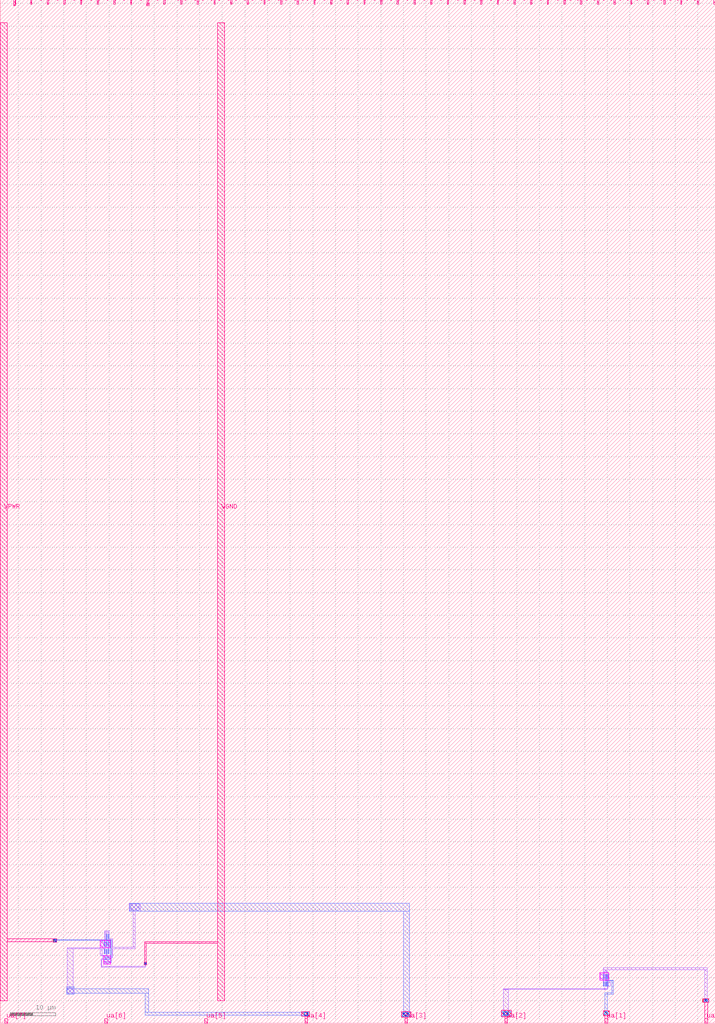
<source format=lef>
VERSION 5.7 ;
  NOWIREEXTENSIONATPIN ON ;
  DIVIDERCHAR "/" ;
  BUSBITCHARS "[]" ;
MACRO tt_um_aleena
  CLASS BLOCK ;
  FOREIGN tt_um_aleena ;
  ORIGIN -1.000 0.000 ;
  SIZE 157.850 BY 225.770 ;
  PIN clk
    DIRECTION INPUT ;
    USE SIGNAL ;
    PORT
      LAYER met4 ;
        RECT 154.870 224.760 155.170 225.760 ;
    END
  END clk
  PIN ena
    DIRECTION INPUT ;
    USE SIGNAL ;
    PORT
      LAYER met4 ;
        RECT 158.550 224.760 158.850 225.760 ;
    END
  END ena
  PIN rst_n
    DIRECTION INPUT ;
    USE SIGNAL ;
    PORT
      LAYER met4 ;
        RECT 151.190 224.760 151.490 225.760 ;
    END
  END rst_n
  PIN ua[0]
    DIRECTION INOUT ;
    USE SIGNAL ;
    PORT
      LAYER met4 ;
        RECT 156.560 0.000 157.160 1.000 ;
    END
  END ua[0]
  PIN ua[1]
    DIRECTION INOUT ;
    USE SIGNAL ;
    PORT
      LAYER met4 ;
        RECT 134.480 0.000 135.080 1.000 ;
    END
  END ua[1]
  PIN ua[2]
    DIRECTION INOUT ;
    USE SIGNAL ;
    PORT
      LAYER met4 ;
        RECT 112.400 0.000 113.000 1.000 ;
    END
  END ua[2]
  PIN ua[3]
    DIRECTION INOUT ;
    USE SIGNAL ;
    PORT
      LAYER met4 ;
        RECT 90.320 0.000 90.920 1.000 ;
    END
  END ua[3]
  PIN ua[4]
    DIRECTION INOUT ;
    USE SIGNAL ;
    PORT
      LAYER met4 ;
        RECT 68.240 0.000 68.840 1.000 ;
    END
  END ua[4]
  PIN ua[5]
    DIRECTION INOUT ;
    USE SIGNAL ;
    PORT
      LAYER met4 ;
        RECT 46.160 0.000 46.760 1.000 ;
    END
  END ua[5]
  PIN ua[6]
    DIRECTION INOUT ;
    USE SIGNAL ;
    PORT
      LAYER met4 ;
        RECT 24.080 0.000 24.680 1.000 ;
    END
  END ua[6]
  PIN ua[7]
    DIRECTION INOUT ;
    USE SIGNAL ;
    PORT
      LAYER met4 ;
        RECT 2.000 0.000 2.600 1.000 ;
    END
  END ua[7]
  PIN ui_in[0]
    DIRECTION INPUT ;
    USE SIGNAL ;
    PORT
      LAYER met4 ;
        RECT 147.510 224.760 147.810 225.760 ;
    END
  END ui_in[0]
  PIN ui_in[1]
    DIRECTION INPUT ;
    USE SIGNAL ;
    PORT
      LAYER met4 ;
        RECT 143.830 224.760 144.130 225.760 ;
    END
  END ui_in[1]
  PIN ui_in[2]
    DIRECTION INPUT ;
    USE SIGNAL ;
    PORT
      LAYER met4 ;
        RECT 140.150 224.760 140.450 225.760 ;
    END
  END ui_in[2]
  PIN ui_in[3]
    DIRECTION INPUT ;
    USE SIGNAL ;
    PORT
      LAYER met4 ;
        RECT 136.470 224.760 136.770 225.760 ;
    END
  END ui_in[3]
  PIN ui_in[4]
    DIRECTION INPUT ;
    USE SIGNAL ;
    PORT
      LAYER met4 ;
        RECT 132.790 224.760 133.090 225.760 ;
    END
  END ui_in[4]
  PIN ui_in[5]
    DIRECTION INPUT ;
    USE SIGNAL ;
    PORT
      LAYER met4 ;
        RECT 129.110 224.760 129.410 225.760 ;
    END
  END ui_in[5]
  PIN ui_in[6]
    DIRECTION INPUT ;
    USE SIGNAL ;
    PORT
      LAYER met4 ;
        RECT 125.430 224.760 125.730 225.760 ;
    END
  END ui_in[6]
  PIN ui_in[7]
    DIRECTION INPUT ;
    USE SIGNAL ;
    PORT
      LAYER met4 ;
        RECT 121.750 224.760 122.050 225.760 ;
    END
  END ui_in[7]
  PIN uio_in[0]
    DIRECTION INPUT ;
    USE SIGNAL ;
    PORT
      LAYER met4 ;
        RECT 118.070 224.760 118.370 225.760 ;
    END
  END uio_in[0]
  PIN uio_in[1]
    DIRECTION INPUT ;
    USE SIGNAL ;
    PORT
      LAYER met4 ;
        RECT 114.390 224.760 114.690 225.760 ;
    END
  END uio_in[1]
  PIN uio_in[2]
    DIRECTION INPUT ;
    USE SIGNAL ;
    PORT
      LAYER met4 ;
        RECT 110.710 224.760 111.010 225.760 ;
    END
  END uio_in[2]
  PIN uio_in[3]
    DIRECTION INPUT ;
    USE SIGNAL ;
    PORT
      LAYER met4 ;
        RECT 107.030 224.760 107.330 225.760 ;
    END
  END uio_in[3]
  PIN uio_in[4]
    DIRECTION INPUT ;
    USE SIGNAL ;
    PORT
      LAYER met4 ;
        RECT 103.350 224.760 103.650 225.760 ;
    END
  END uio_in[4]
  PIN uio_in[5]
    DIRECTION INPUT ;
    USE SIGNAL ;
    PORT
      LAYER met4 ;
        RECT 99.670 224.760 99.970 225.760 ;
    END
  END uio_in[5]
  PIN uio_in[6]
    DIRECTION INPUT ;
    USE SIGNAL ;
    PORT
      LAYER met4 ;
        RECT 95.990 224.760 96.290 225.760 ;
    END
  END uio_in[6]
  PIN uio_in[7]
    DIRECTION INPUT ;
    USE SIGNAL ;
    PORT
      LAYER met4 ;
        RECT 92.310 224.760 92.610 225.760 ;
    END
  END uio_in[7]
  PIN uio_oe[0]
    DIRECTION OUTPUT TRISTATE ;
    USE SIGNAL ;
    PORT
      LAYER met4 ;
        RECT 29.750 224.760 30.050 225.760 ;
    END
  END uio_oe[0]
  PIN uio_oe[1]
    DIRECTION OUTPUT TRISTATE ;
    USE SIGNAL ;
    PORT
      LAYER met4 ;
        RECT 26.070 224.760 26.370 225.760 ;
    END
  END uio_oe[1]
  PIN uio_oe[2]
    DIRECTION OUTPUT TRISTATE ;
    USE SIGNAL ;
    PORT
      LAYER met4 ;
        RECT 22.390 224.760 22.690 225.760 ;
    END
  END uio_oe[2]
  PIN uio_oe[3]
    DIRECTION OUTPUT TRISTATE ;
    USE SIGNAL ;
    PORT
      LAYER met4 ;
        RECT 18.710 224.760 19.010 225.760 ;
    END
  END uio_oe[3]
  PIN uio_oe[4]
    DIRECTION OUTPUT TRISTATE ;
    USE SIGNAL ;
    PORT
      LAYER met4 ;
        RECT 15.030 224.760 15.330 225.760 ;
    END
  END uio_oe[4]
  PIN uio_oe[5]
    DIRECTION OUTPUT TRISTATE ;
    USE SIGNAL ;
    PORT
      LAYER met4 ;
        RECT 11.350 224.760 11.650 225.760 ;
    END
  END uio_oe[5]
  PIN uio_oe[6]
    DIRECTION OUTPUT TRISTATE ;
    USE SIGNAL ;
    PORT
      LAYER met4 ;
        RECT 7.670 224.760 7.970 225.760 ;
    END
  END uio_oe[6]
  PIN uio_oe[7]
    DIRECTION OUTPUT TRISTATE ;
    USE SIGNAL ;
    PORT
      LAYER met4 ;
        RECT 3.990 224.760 4.290 225.760 ;
    END
  END uio_oe[7]
  PIN uio_out[0]
    DIRECTION OUTPUT TRISTATE ;
    USE SIGNAL ;
    PORT
      LAYER met4 ;
        RECT 59.190 224.760 59.490 225.760 ;
    END
  END uio_out[0]
  PIN uio_out[1]
    DIRECTION OUTPUT TRISTATE ;
    USE SIGNAL ;
    PORT
      LAYER met4 ;
        RECT 55.510 224.760 55.810 225.760 ;
    END
  END uio_out[1]
  PIN uio_out[2]
    DIRECTION OUTPUT TRISTATE ;
    USE SIGNAL ;
    PORT
      LAYER met4 ;
        RECT 51.830 224.760 52.130 225.760 ;
    END
  END uio_out[2]
  PIN uio_out[3]
    DIRECTION OUTPUT TRISTATE ;
    USE SIGNAL ;
    PORT
      LAYER met4 ;
        RECT 48.150 224.760 48.450 225.760 ;
    END
  END uio_out[3]
  PIN uio_out[4]
    DIRECTION OUTPUT TRISTATE ;
    USE SIGNAL ;
    PORT
      LAYER met4 ;
        RECT 44.470 224.760 44.770 225.760 ;
    END
  END uio_out[4]
  PIN uio_out[5]
    DIRECTION OUTPUT TRISTATE ;
    USE SIGNAL ;
    PORT
      LAYER met4 ;
        RECT 40.790 224.760 41.090 225.760 ;
    END
  END uio_out[5]
  PIN uio_out[6]
    DIRECTION OUTPUT TRISTATE ;
    USE SIGNAL ;
    PORT
      LAYER met4 ;
        RECT 37.110 224.760 37.410 225.760 ;
    END
  END uio_out[6]
  PIN uio_out[7]
    DIRECTION OUTPUT TRISTATE ;
    USE SIGNAL ;
    PORT
      LAYER met4 ;
        RECT 33.430 224.760 33.730 225.760 ;
    END
  END uio_out[7]
  PIN uo_out[0]
    DIRECTION OUTPUT TRISTATE ;
    USE SIGNAL ;
    PORT
      LAYER met4 ;
        RECT 88.630 224.760 88.930 225.760 ;
    END
  END uo_out[0]
  PIN uo_out[1]
    DIRECTION OUTPUT TRISTATE ;
    USE SIGNAL ;
    PORT
      LAYER met4 ;
        RECT 84.950 224.760 85.250 225.760 ;
    END
  END uo_out[1]
  PIN uo_out[2]
    DIRECTION OUTPUT TRISTATE ;
    USE SIGNAL ;
    PORT
      LAYER met4 ;
        RECT 81.270 224.760 81.570 225.760 ;
    END
  END uo_out[2]
  PIN uo_out[3]
    DIRECTION OUTPUT TRISTATE ;
    USE SIGNAL ;
    PORT
      LAYER met4 ;
        RECT 77.590 224.760 77.890 225.760 ;
    END
  END uo_out[3]
  PIN uo_out[4]
    DIRECTION OUTPUT TRISTATE ;
    USE SIGNAL ;
    PORT
      LAYER met4 ;
        RECT 73.910 224.760 74.210 225.760 ;
    END
  END uo_out[4]
  PIN uo_out[5]
    DIRECTION OUTPUT TRISTATE ;
    USE SIGNAL ;
    PORT
      LAYER met4 ;
        RECT 70.230 224.760 70.530 225.760 ;
    END
  END uo_out[5]
  PIN uo_out[6]
    DIRECTION OUTPUT TRISTATE ;
    USE SIGNAL ;
    PORT
      LAYER met4 ;
        RECT 66.550 224.760 66.850 225.760 ;
    END
  END uo_out[6]
  PIN uo_out[7]
    DIRECTION OUTPUT TRISTATE ;
    USE SIGNAL ;
    PORT
      LAYER met4 ;
        RECT 62.870 224.760 63.170 225.760 ;
    END
  END uo_out[7]
  PIN VPWR
    DIRECTION INOUT ;
    USE POWER ;
    PORT
      LAYER met4 ;
        RECT 1.000 5.000 2.500 220.760 ;
    END
  END VPWR
  PIN VGND
    DIRECTION INOUT ;
    USE GROUND ;
    PORT
      LAYER met4 ;
        RECT 49.000 5.000 50.500 220.760 ;
    END
  END VGND
  OBS
      LAYER nwell ;
        RECT 23.050 16.690 25.295 18.310 ;
        RECT 23.775 13.020 25.395 14.860 ;
        RECT 133.330 9.520 135.400 11.140 ;
      LAYER li1 ;
        RECT 29.490 24.710 32.020 26.500 ;
        RECT 24.005 20.205 25.055 20.375 ;
        RECT 23.350 18.080 23.655 18.350 ;
        RECT 23.230 16.915 23.665 18.080 ;
        RECT 24.005 16.645 24.175 20.205 ;
        RECT 24.430 19.615 24.625 19.995 ;
        RECT 24.445 18.505 24.615 19.615 ;
        RECT 24.885 18.685 25.055 20.205 ;
        RECT 24.350 18.195 24.650 18.505 ;
        RECT 24.885 18.465 25.850 18.685 ;
        RECT 24.445 16.980 24.615 18.195 ;
        RECT 24.885 16.815 25.055 18.020 ;
        RECT 23.670 16.640 24.175 16.645 ;
        RECT 15.790 16.430 24.175 16.640 ;
        RECT 24.675 16.540 25.055 16.815 ;
        RECT 15.790 8.000 17.090 16.430 ;
        RECT 23.095 15.050 23.530 16.170 ;
        RECT 24.005 15.320 24.175 16.430 ;
        RECT 24.445 15.050 24.615 16.360 ;
        RECT 24.885 15.320 25.055 16.540 ;
        RECT 25.665 16.750 25.850 18.465 ;
        RECT 30.340 16.750 30.730 24.710 ;
        RECT 25.665 16.460 30.730 16.750 ;
        RECT 25.665 16.450 30.700 16.460 ;
        RECT 23.095 15.040 24.615 15.050 ;
        RECT 23.230 14.875 24.615 15.040 ;
        RECT 23.230 14.870 23.795 14.875 ;
        RECT 23.615 14.200 23.795 14.870 ;
        RECT 25.665 14.650 25.850 16.450 ;
        RECT 25.085 14.620 25.850 14.650 ;
        RECT 24.065 14.450 25.850 14.620 ;
        RECT 25.100 14.445 25.850 14.450 ;
        RECT 23.230 14.185 23.795 14.200 ;
        RECT 23.230 14.180 24.085 14.185 ;
        RECT 23.230 14.010 25.105 14.180 ;
        RECT 23.230 14.005 24.085 14.010 ;
        RECT 23.230 12.580 23.410 14.005 ;
        RECT 23.980 13.595 25.145 13.655 ;
        RECT 23.980 13.305 25.350 13.595 ;
        RECT 23.980 13.225 25.145 13.305 ;
        RECT 32.770 12.880 33.320 13.410 ;
        RECT 32.970 12.580 33.140 12.880 ;
        RECT 23.230 12.400 33.140 12.580 ;
        RECT 134.110 11.750 157.130 12.280 ;
        RECT 134.110 11.440 134.530 11.750 ;
        RECT 134.700 11.440 135.040 11.540 ;
        RECT 134.110 11.270 135.040 11.440 ;
        RECT 134.110 10.830 134.280 11.270 ;
        RECT 134.700 11.190 135.040 11.270 ;
        RECT 133.510 9.830 134.280 10.830 ;
        RECT 134.110 8.150 134.280 9.830 ;
        RECT 134.550 9.810 134.720 10.850 ;
        RECT 134.550 8.150 134.720 9.190 ;
        RECT 134.990 9.170 135.160 10.850 ;
        RECT 134.990 8.170 135.660 9.170 ;
        RECT 15.620 6.410 17.330 8.000 ;
        RECT 112.120 7.640 130.480 7.660 ;
        RECT 134.240 7.640 134.590 7.740 ;
        RECT 134.990 7.640 135.160 8.170 ;
        RECT 112.120 7.480 135.160 7.640 ;
        RECT 112.120 7.470 122.990 7.480 ;
        RECT 128.160 7.470 135.160 7.480 ;
        RECT 112.120 7.430 113.200 7.470 ;
        RECT 112.120 2.850 113.190 7.430 ;
        RECT 134.240 7.380 134.590 7.470 ;
        RECT 156.550 5.460 157.130 11.750 ;
        RECT 156.140 4.650 157.460 5.460 ;
        RECT 90.150 2.590 90.990 2.650 ;
        RECT 89.590 1.280 91.650 2.590 ;
        RECT 111.600 1.470 113.850 2.850 ;
      LAYER mcon ;
        RECT 29.750 24.900 31.710 26.320 ;
        RECT 23.410 18.130 23.580 18.300 ;
        RECT 24.445 18.720 24.615 19.600 ;
        RECT 24.885 18.720 25.055 19.600 ;
        RECT 24.440 18.265 24.610 18.435 ;
        RECT 24.005 17.060 24.175 17.940 ;
        RECT 24.445 17.060 24.615 17.940 ;
        RECT 24.885 17.060 25.055 17.940 ;
        RECT 24.005 15.400 24.175 16.280 ;
        RECT 24.445 15.400 24.615 16.280 ;
        RECT 24.885 15.400 25.055 16.280 ;
        RECT 24.145 14.450 25.025 14.620 ;
        RECT 24.145 14.010 25.025 14.180 ;
        RECT 25.160 13.365 25.330 13.535 ;
        RECT 32.890 12.990 33.210 13.330 ;
        RECT 134.110 9.890 134.280 10.770 ;
        RECT 134.550 9.890 134.720 10.770 ;
        RECT 134.990 9.890 135.160 10.770 ;
        RECT 134.110 8.230 134.280 9.110 ;
        RECT 134.550 8.230 134.720 9.110 ;
        RECT 134.990 8.230 135.160 9.110 ;
        RECT 15.810 6.660 17.070 7.830 ;
        RECT 156.530 4.830 157.110 5.320 ;
        RECT 89.890 1.570 91.220 2.360 ;
        RECT 112.120 1.720 113.170 2.570 ;
      LAYER met1 ;
        RECT 29.530 24.720 91.320 26.480 ;
        RECT 24.415 18.660 24.645 19.660 ;
        RECT 24.855 18.660 25.085 19.660 ;
        RECT 12.700 18.440 13.470 18.650 ;
        RECT 24.350 18.440 24.650 18.505 ;
        RECT 12.700 18.420 24.650 18.440 ;
        RECT 12.700 18.290 25.505 18.420 ;
        RECT 12.700 17.900 13.470 18.290 ;
        RECT 23.350 18.270 25.505 18.290 ;
        RECT 23.350 18.070 23.655 18.270 ;
        RECT 24.350 18.250 25.505 18.270 ;
        RECT 24.350 18.195 24.650 18.250 ;
        RECT 23.975 17.000 24.205 18.000 ;
        RECT 24.415 17.000 24.645 18.000 ;
        RECT 24.855 17.000 25.085 18.000 ;
        RECT 23.975 15.340 24.205 16.340 ;
        RECT 24.415 15.340 24.645 16.340 ;
        RECT 24.855 15.340 25.085 16.340 ;
        RECT 24.085 14.420 25.085 14.650 ;
        RECT 24.085 13.980 25.085 14.210 ;
        RECT 25.335 13.595 25.505 18.250 ;
        RECT 25.100 13.305 25.505 13.595 ;
        RECT 32.770 12.880 33.320 13.410 ;
        RECT 15.620 7.650 17.330 8.000 ;
        RECT 15.620 6.640 33.770 7.650 ;
        RECT 15.620 6.410 17.330 6.640 ;
        RECT 32.970 2.410 33.770 6.640 ;
        RECT 89.960 2.590 91.320 24.720 ;
        RECT 134.080 9.830 134.310 10.830 ;
        RECT 134.520 9.480 134.750 10.830 ;
        RECT 134.960 9.830 135.190 10.830 ;
        RECT 134.520 9.340 136.300 9.480 ;
        RECT 134.080 8.170 134.310 9.170 ;
        RECT 134.520 8.170 134.750 9.170 ;
        RECT 134.960 8.170 135.190 9.170 ;
        RECT 136.030 6.690 136.300 9.340 ;
        RECT 134.470 6.350 136.300 6.690 ;
        RECT 32.970 2.400 43.480 2.410 ;
        RECT 67.550 2.400 69.320 2.500 ;
        RECT 32.970 1.720 69.320 2.400 ;
        RECT 43.450 1.710 69.320 1.720 ;
        RECT 67.550 1.500 69.320 1.710 ;
        RECT 89.590 1.280 91.650 2.590 ;
        RECT 111.600 1.470 113.850 2.850 ;
        RECT 134.470 2.800 135.060 6.350 ;
        RECT 156.140 4.650 157.460 5.460 ;
        RECT 134.110 1.700 135.430 2.800 ;
      LAYER via ;
        RECT 12.790 18.010 13.370 18.570 ;
        RECT 32.890 12.990 33.210 13.330 ;
        RECT 68.150 1.690 68.890 2.410 ;
        RECT 89.890 1.570 91.220 2.360 ;
        RECT 156.530 4.830 157.110 5.320 ;
        RECT 112.120 1.720 113.170 2.570 ;
        RECT 134.470 2.010 135.070 2.570 ;
      LAYER met2 ;
        RECT 12.700 17.900 13.470 18.650 ;
        RECT 32.770 12.880 33.320 13.410 ;
        RECT 156.140 4.650 157.460 5.460 ;
        RECT 67.550 1.500 69.320 2.500 ;
        RECT 89.590 1.280 91.650 2.590 ;
        RECT 111.600 1.470 113.850 2.850 ;
        RECT 134.110 1.700 135.430 2.800 ;
      LAYER via2 ;
        RECT 12.790 18.010 13.370 18.570 ;
        RECT 32.890 12.990 33.210 13.330 ;
        RECT 156.530 4.830 157.110 5.320 ;
        RECT 68.150 1.690 68.890 2.410 ;
        RECT 89.890 1.570 91.220 2.360 ;
        RECT 112.120 1.720 113.170 2.570 ;
        RECT 134.470 2.010 135.070 2.570 ;
      LAYER met3 ;
        RECT 12.700 17.900 13.470 18.650 ;
        RECT 32.770 12.880 33.320 13.410 ;
        RECT 156.140 4.650 157.460 5.460 ;
        RECT 67.550 1.500 69.320 2.500 ;
        RECT 89.590 1.280 91.650 2.590 ;
        RECT 111.600 1.470 113.850 2.850 ;
        RECT 134.110 1.700 135.430 2.800 ;
      LAYER via3 ;
        RECT 12.790 18.010 13.370 18.570 ;
        RECT 32.890 12.990 33.210 13.330 ;
        RECT 156.530 4.830 157.110 5.320 ;
        RECT 68.150 1.690 68.890 2.410 ;
        RECT 89.890 1.570 91.220 2.360 ;
        RECT 112.120 1.720 113.170 2.570 ;
        RECT 134.470 2.010 135.070 2.570 ;
      LAYER met4 ;
        RECT 3.950 225.760 4.360 225.770 ;
        RECT 3.950 224.760 3.990 225.760 ;
        RECT 4.290 224.760 4.360 225.760 ;
        RECT 3.950 224.580 4.360 224.760 ;
        RECT 33.290 224.760 33.430 224.970 ;
        RECT 33.730 224.760 33.870 224.970 ;
        RECT 3.950 224.460 4.340 224.580 ;
        RECT 33.290 224.440 33.870 224.760 ;
        RECT 50.500 216.200 50.530 216.710 ;
        RECT 48.990 214.590 49.000 214.970 ;
        RECT 12.700 18.590 13.470 18.650 ;
        RECT 2.500 17.970 13.470 18.590 ;
        RECT 12.700 17.900 13.470 17.970 ;
        RECT 32.900 17.620 49.000 17.930 ;
        RECT 50.500 17.620 50.510 17.930 ;
        RECT 32.900 13.410 33.240 17.620 ;
        RECT 32.770 12.880 33.320 13.410 ;
        RECT 156.150 4.650 157.460 5.450 ;
        RECT 67.550 1.500 69.320 2.500 ;
        RECT 68.240 1.000 68.840 1.500 ;
        RECT 89.590 1.280 91.650 2.590 ;
        RECT 111.600 1.470 113.850 2.850 ;
        RECT 134.110 1.700 135.430 2.800 ;
        RECT 90.320 1.000 90.930 1.280 ;
        RECT 112.400 1.000 113.010 1.470 ;
        RECT 134.480 1.000 135.080 1.700 ;
        RECT 156.560 1.000 157.160 4.650 ;
        RECT 90.920 0.990 90.930 1.000 ;
  END
END tt_um_aleena
END LIBRARY


</source>
